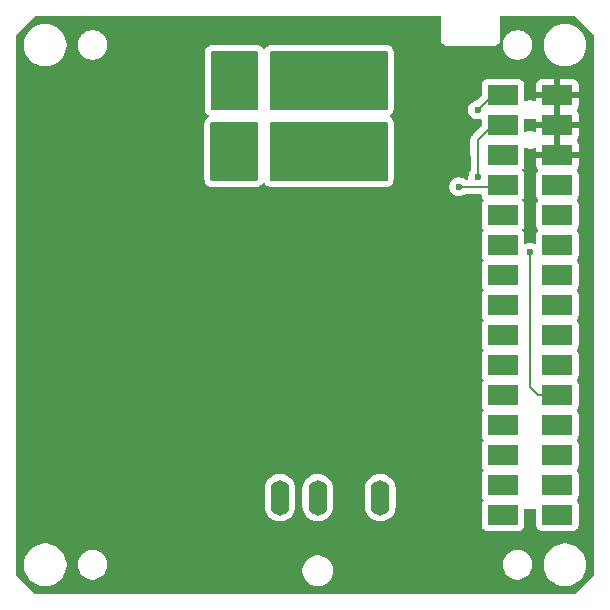
<source format=gbr>
%TF.GenerationSoftware,KiCad,Pcbnew,9.0.5-1.fc42*%
%TF.CreationDate,2025-10-27T07:04:56-07:00*%
%TF.ProjectId,adapter_relay_external,61646170-7465-4725-9f72-656c61795f65,1.0*%
%TF.SameCoordinates,Original*%
%TF.FileFunction,Copper,L1,Top*%
%TF.FilePolarity,Positive*%
%FSLAX46Y46*%
G04 Gerber Fmt 4.6, Leading zero omitted, Abs format (unit mm)*
G04 Created by KiCad (PCBNEW 9.0.5-1.fc42) date 2025-10-27 07:04:56*
%MOMM*%
%LPD*%
G01*
G04 APERTURE LIST*
%TA.AperFunction,SMDPad,CuDef*%
%ADD10R,2.600000X1.700000*%
%TD*%
%TA.AperFunction,ComponentPad*%
%ADD11O,1.600000X3.000000*%
%TD*%
%TA.AperFunction,ViaPad*%
%ADD12C,0.600000*%
%TD*%
%TA.AperFunction,ViaPad*%
%ADD13C,0.700000*%
%TD*%
%TA.AperFunction,Conductor*%
%ADD14C,0.200000*%
%TD*%
G04 APERTURE END LIST*
D10*
%TO.P,J1,000,GND*%
%TO.N,GND*%
X146350000Y-107220000D03*
%TO.P,J1,001,GND*%
X146350000Y-109760000D03*
%TO.P,J1,002,GND*%
X146350000Y-112300000D03*
%TO.P,J1,003,G37\u00B7SPI_MOSI*%
%TO.N,unconnected-(J1-G37\u00B7SPI_MOSI-Pad003)*%
X146350000Y-114840000D03*
%TO.P,J1,004,G35\u00B7SPI_MISO*%
%TO.N,unconnected-(J1-G35\u00B7SPI_MISO-Pad004)*%
X146350000Y-117380000D03*
%TO.P,J1,005,G36\u00B7SPI_CLK*%
%TO.N,unconnected-(J1-G36\u00B7SPI_CLK-Pad005)*%
X146350000Y-119920000D03*
%TO.P,J1,006,G44/RXD0\u00B7*%
%TO.N,/G44{slash}RXD0\u00B7*%
X146350000Y-122460000D03*
%TO.P,J1,007,G18/PC_RX\u00B7*%
%TO.N,/G18{slash}PC_RX\u00B7*%
X146350000Y-125000000D03*
%TO.P,J1,008,G12/In_SDA\u00B7*%
%TO.N,/G12{slash}In_SDA\u00B7*%
X146350000Y-127540000D03*
%TO.P,J1,009,G2/PA_SDA\u00B7*%
%TO.N,/G2{slash}PA_SDA\u00B7*%
X146350000Y-130080000D03*
%TO.P,J1,010,G6\u00B7*%
%TO.N,/G6\u00B7SPI_CLK*%
X146350000Y-132620000D03*
%TO.P,J1,011,G13/I2S_DOUT\u00B7RS232_TX/RS485_TX*%
%TO.N,/G13{slash}I2S_DOUT\u00B7RS232_TX{slash}RS485_TX*%
X146350000Y-135160000D03*
%TO.P,J1,012,HPWR*%
%TO.N,/HPWR0*%
X146350000Y-137700000D03*
%TO.P,J1,013,HPWR*%
%TO.N,/HPWR1*%
X146350000Y-140240000D03*
%TO.P,J1,014,HPWR*%
%TO.N,/HPWR2*%
X146350000Y-142780000D03*
%TO.P,J1,100,G10\u00B7*%
%TO.N,/G10\u00B7SPI_MOSI*%
X141750000Y-107220000D03*
%TO.P,J1,101,G8\u00B7*%
%TO.N,/G8\u00B7SPI_MISO*%
X141750000Y-109760000D03*
%TO.P,J1,102,RST/EN\u00B7*%
%TO.N,/RST{slash}EN\u00B7*%
X141750000Y-112300000D03*
%TO.P,J1,103,G5\u00B7*%
%TO.N,/G5\u00B7*%
X141750000Y-114840000D03*
%TO.P,J1,104,G9\u00B7CS*%
%TO.N,/G9\u00B7CS*%
X141750000Y-117380000D03*
%TO.P,J1,105,3V3*%
%TO.N,/3V3*%
X141750000Y-119920000D03*
%TO.P,J1,106,G43/TXD0\u00B7*%
%TO.N,/G43{slash}TXD0\u00B7*%
X141750000Y-122460000D03*
%TO.P,J1,107,G17/PC_TX\u00B7*%
%TO.N,/G17{slash}PC_TX\u00B7*%
X141750000Y-125000000D03*
%TO.P,J1,108,G11/In_SCL\u00B7*%
%TO.N,/G11{slash}In_CL\u00B7*%
X141750000Y-127540000D03*
%TO.P,J1,109,G1/PA_SCL\u00B7RS232_RX/RS485_RX*%
%TO.N,/G1{slash}PA_SCL\u00B7RS232_RX{slash}RS485_RX*%
X141750000Y-130080000D03*
%TO.P,J1,110,G7\u00B7RST*%
%TO.N,/G7\u00B7RST*%
X141750000Y-132620000D03*
%TO.P,J1,111,G0/I2S_LRCK\u00B7*%
%TO.N,/G0{slash}I2S_LRCK\u00B7*%
X141750000Y-135160000D03*
%TO.P,J1,112,G14/I2S_DIN\u00B7INT*%
%TO.N,/G14{slash}I2S_DIN\u00B7INT*%
X141750000Y-137700000D03*
%TO.P,J1,113,5V*%
%TO.N,+5V*%
X141750000Y-140240000D03*
%TO.P,J1,114,BAT*%
%TO.N,/BAT*%
X141750000Y-142780000D03*
%TD*%
D11*
%TO.P,J3,2,2*%
%TO.N,/-LOAD*%
X131374611Y-141308620D03*
%TO.P,J3,3,3*%
%TO.N,unconnected-(J3-Pad3)*%
X126074611Y-141308620D03*
%TO.P,J3,4,4*%
%TO.N,/+LOAD*%
X122874611Y-141308620D03*
%TD*%
D12*
%TO.N,/G5\u00B7*%
X138000000Y-115000000D03*
D13*
%TO.N,/G14{slash}I2S_DIN\u00B7INT*%
X141000000Y-137700000D03*
X142500000Y-137700000D03*
D12*
%TO.N,/G8\u00B7SPI_MISO*%
X139610000Y-114200000D03*
D13*
%TO.N,/RST{slash}EN\u00B7*%
X142500000Y-112300000D03*
X141000000Y-112300000D03*
%TO.N,/G2{slash}PA_SDA\u00B7*%
X147100000Y-130080000D03*
X145600000Y-130080000D03*
D12*
%TO.N,/G6\u00B7SPI_CLK*%
X144050000Y-120555000D03*
D13*
%TO.N,/G44{slash}RXD0\u00B7*%
X145600000Y-122460000D03*
X147100000Y-122460000D03*
%TO.N,/3V3*%
X142500000Y-119920000D03*
X141000000Y-119920000D03*
%TO.N,/G7\u00B7RST*%
X141000000Y-132620000D03*
X142500000Y-132620000D03*
%TO.N,/G43{slash}TXD0\u00B7*%
X142500000Y-122460000D03*
X141000000Y-122460000D03*
%TO.N,/G18{slash}PC_RX\u00B7*%
X147100000Y-125000000D03*
X145600000Y-125000000D03*
%TO.N,/HPWR2*%
X145600000Y-142780000D03*
X147100000Y-142780000D03*
D12*
%TO.N,/G10\u00B7SPI_MOSI*%
X139605000Y-108490000D03*
D13*
%TO.N,/G1{slash}PA_SCL\u00B7RS232_RX{slash}RS485_RX*%
X142500000Y-130080000D03*
X141000000Y-130080000D03*
%TO.N,/G13{slash}I2S_DOUT\u00B7RS232_TX{slash}RS485_TX*%
X145600000Y-135160000D03*
X147100000Y-135160000D03*
%TO.N,/G11{slash}In_CL\u00B7*%
X141000000Y-127540000D03*
X142500000Y-127540000D03*
%TO.N,/G0{slash}I2S_LRCK\u00B7*%
X141000000Y-135160000D03*
X142500000Y-135160000D03*
%TO.N,/HPWR0*%
X147100000Y-137700000D03*
X145600000Y-137700000D03*
%TO.N,/G12{slash}In_SDA\u00B7*%
X145600000Y-127540000D03*
X147100000Y-127540000D03*
%TO.N,/HPWR1*%
X147100000Y-140240000D03*
X145600000Y-140240000D03*
%TO.N,/G17{slash}PC_TX\u00B7*%
X142500000Y-125000000D03*
X141000000Y-125000000D03*
%TO.N,/G9\u00B7CS*%
X142500000Y-117380000D03*
X141000000Y-117380000D03*
%TO.N,/BAT*%
X141000000Y-142780000D03*
X142500000Y-142780000D03*
D12*
%TO.N,/ZENER*%
X131000000Y-106000000D03*
X117500000Y-104000000D03*
X125000000Y-104000000D03*
X123000000Y-104000000D03*
X117500000Y-108000000D03*
X129000000Y-104000000D03*
X120500000Y-108000000D03*
X125000000Y-108000000D03*
X120500000Y-106000000D03*
X127000000Y-104000000D03*
X120500000Y-104000000D03*
X125000000Y-106000000D03*
X123000000Y-106000000D03*
X123000000Y-108000000D03*
X129000000Y-108000000D03*
X131000000Y-108000000D03*
X129000000Y-106000000D03*
X131000000Y-104000000D03*
X117500000Y-106000000D03*
D13*
%TO.N,+5V*%
X141000000Y-140240000D03*
X142500000Y-140240000D03*
D12*
%TO.N,/F2*%
X117500000Y-110000000D03*
X117500000Y-114000000D03*
X120500000Y-114000000D03*
X120500000Y-110000000D03*
X120500000Y-112000000D03*
X117500000Y-112000000D03*
%TO.N,GND*%
X130286709Y-133511322D03*
D13*
X145600000Y-107220000D03*
X145600000Y-112300000D03*
X147100000Y-109760000D03*
X147100000Y-112300000D03*
X147100000Y-107220000D03*
D12*
X130286709Y-124411322D03*
D13*
X145600000Y-109760000D03*
D12*
%TO.N,/-LOAD*%
X123000000Y-110000000D03*
X127000000Y-114000000D03*
X131000000Y-114000000D03*
X125000000Y-112000000D03*
X123000000Y-112000000D03*
X129000000Y-112000000D03*
X125000000Y-114000000D03*
X125000000Y-110000000D03*
X129000000Y-110000000D03*
X129000000Y-114000000D03*
X131000000Y-112000000D03*
X131000000Y-110000000D03*
X123000000Y-114000000D03*
%TD*%
D14*
%TO.N,/G5\u00B7*%
X141590000Y-115000000D02*
X138000000Y-115000000D01*
X141750000Y-114840000D02*
X141590000Y-115000000D01*
%TO.N,/G8\u00B7SPI_MISO*%
X139610000Y-114200000D02*
X139605000Y-111030000D01*
X140875000Y-109760000D02*
X139605000Y-111030000D01*
X141750000Y-109760000D02*
X140875000Y-109760000D01*
%TO.N,/G6\u00B7SPI_CLK*%
X144685000Y-132620000D02*
X144050000Y-131985000D01*
X146350000Y-132620000D02*
X144685000Y-132620000D01*
X144050000Y-131985000D02*
X144050000Y-120555000D01*
%TO.N,/G10\u00B7SPI_MOSI*%
X141750000Y-107220000D02*
X140875000Y-107220000D01*
X140875000Y-107220000D02*
X139605000Y-108490000D01*
%TD*%
%TA.AperFunction,Conductor*%
%TO.N,/ZENER*%
G36*
X120948629Y-103511198D02*
G01*
X120994384Y-103564002D01*
X121005590Y-103615513D01*
X121005590Y-108367513D01*
X120985905Y-108434552D01*
X120933101Y-108480307D01*
X120881590Y-108491513D01*
X117129590Y-108491513D01*
X117062551Y-108471828D01*
X117016796Y-108419024D01*
X117005590Y-108367513D01*
X117005590Y-103615513D01*
X117025275Y-103548474D01*
X117078079Y-103502719D01*
X117129590Y-103491513D01*
X120881590Y-103491513D01*
X120948629Y-103511198D01*
G37*
%TD.AperFunction*%
%TD*%
%TA.AperFunction,Conductor*%
%TO.N,/-LOAD*%
G36*
X131943039Y-109519685D02*
G01*
X131988794Y-109572489D01*
X132000000Y-109624000D01*
X132000000Y-114376000D01*
X131980315Y-114443039D01*
X131927511Y-114488794D01*
X131876000Y-114500000D01*
X122124000Y-114500000D01*
X122056961Y-114480315D01*
X122011206Y-114427511D01*
X122000000Y-114376000D01*
X122000000Y-109624000D01*
X122019685Y-109556961D01*
X122072489Y-109511206D01*
X122124000Y-109500000D01*
X131876000Y-109500000D01*
X131943039Y-109519685D01*
G37*
%TD.AperFunction*%
%TD*%
%TA.AperFunction,Conductor*%
%TO.N,GND*%
G36*
X136442539Y-100520185D02*
G01*
X136488294Y-100572989D01*
X136499500Y-100624500D01*
X136499500Y-102615892D01*
X136508100Y-102647989D01*
X136533608Y-102743187D01*
X136566554Y-102800250D01*
X136599500Y-102857314D01*
X136692686Y-102950500D01*
X136806814Y-103016392D01*
X136934108Y-103050500D01*
X136934110Y-103050500D01*
X141065890Y-103050500D01*
X141065892Y-103050500D01*
X141193186Y-103016392D01*
X141307314Y-102950500D01*
X141356237Y-102901577D01*
X141749500Y-102901577D01*
X141749500Y-103098422D01*
X141780290Y-103292826D01*
X141841117Y-103480029D01*
X141930476Y-103655405D01*
X142046172Y-103814646D01*
X142185354Y-103953828D01*
X142344595Y-104069524D01*
X142427455Y-104111743D01*
X142519970Y-104158882D01*
X142519972Y-104158882D01*
X142519975Y-104158884D01*
X142614807Y-104189697D01*
X142707173Y-104219709D01*
X142901578Y-104250500D01*
X142901583Y-104250500D01*
X143098422Y-104250500D01*
X143292826Y-104219709D01*
X143480025Y-104158884D01*
X143655405Y-104069524D01*
X143814646Y-103953828D01*
X143953828Y-103814646D01*
X144069524Y-103655405D01*
X144158884Y-103480025D01*
X144219709Y-103292826D01*
X144222504Y-103275177D01*
X144250500Y-103098422D01*
X144250500Y-102901582D01*
X144249826Y-102897327D01*
X144249826Y-102897324D01*
X144247398Y-102881995D01*
X145199500Y-102881995D01*
X145199500Y-103118004D01*
X145199501Y-103118020D01*
X145230306Y-103352010D01*
X145291394Y-103579993D01*
X145381714Y-103798045D01*
X145381719Y-103798056D01*
X145391299Y-103814648D01*
X145499727Y-104002450D01*
X145499729Y-104002453D01*
X145499730Y-104002454D01*
X145643406Y-104189697D01*
X145643412Y-104189704D01*
X145810295Y-104356587D01*
X145810301Y-104356592D01*
X145997550Y-104500273D01*
X146128918Y-104576118D01*
X146201943Y-104618280D01*
X146201948Y-104618282D01*
X146201951Y-104618284D01*
X146420007Y-104708606D01*
X146647986Y-104769693D01*
X146881989Y-104800500D01*
X146881996Y-104800500D01*
X147118004Y-104800500D01*
X147118011Y-104800500D01*
X147352014Y-104769693D01*
X147579993Y-104708606D01*
X147798049Y-104618284D01*
X148002450Y-104500273D01*
X148189699Y-104356592D01*
X148356592Y-104189699D01*
X148500273Y-104002450D01*
X148618284Y-103798049D01*
X148708606Y-103579993D01*
X148769693Y-103352014D01*
X148800500Y-103118011D01*
X148800500Y-102881989D01*
X148769693Y-102647986D01*
X148708606Y-102420007D01*
X148618284Y-102201951D01*
X148618282Y-102201948D01*
X148618280Y-102201943D01*
X148530266Y-102049500D01*
X148500273Y-101997550D01*
X148356592Y-101810301D01*
X148356587Y-101810295D01*
X148189704Y-101643412D01*
X148189697Y-101643406D01*
X148002454Y-101499730D01*
X148002453Y-101499729D01*
X148002450Y-101499727D01*
X147920957Y-101452677D01*
X147798056Y-101381719D01*
X147798045Y-101381714D01*
X147579993Y-101291394D01*
X147352010Y-101230306D01*
X147118020Y-101199501D01*
X147118017Y-101199500D01*
X147118011Y-101199500D01*
X146881989Y-101199500D01*
X146881983Y-101199500D01*
X146881979Y-101199501D01*
X146647989Y-101230306D01*
X146420006Y-101291394D01*
X146201954Y-101381714D01*
X146201943Y-101381719D01*
X145997545Y-101499730D01*
X145810302Y-101643406D01*
X145810295Y-101643412D01*
X145643412Y-101810295D01*
X145643406Y-101810302D01*
X145499730Y-101997545D01*
X145381719Y-102201943D01*
X145381714Y-102201954D01*
X145291394Y-102420006D01*
X145230306Y-102647989D01*
X145199501Y-102881979D01*
X145199500Y-102881995D01*
X144247398Y-102881995D01*
X144219709Y-102707173D01*
X144191487Y-102620317D01*
X144158884Y-102519975D01*
X144158882Y-102519972D01*
X144158882Y-102519970D01*
X144069523Y-102344594D01*
X143953828Y-102185354D01*
X143814646Y-102046172D01*
X143655405Y-101930476D01*
X143480029Y-101841117D01*
X143292826Y-101780290D01*
X143098422Y-101749500D01*
X143098417Y-101749500D01*
X142901583Y-101749500D01*
X142901578Y-101749500D01*
X142707173Y-101780290D01*
X142519970Y-101841117D01*
X142344594Y-101930476D01*
X142253741Y-101996485D01*
X142185354Y-102046172D01*
X142185352Y-102046174D01*
X142185351Y-102046174D01*
X142046174Y-102185351D01*
X142046174Y-102185352D01*
X142046172Y-102185354D01*
X141996485Y-102253741D01*
X141930476Y-102344594D01*
X141841117Y-102519970D01*
X141780290Y-102707173D01*
X141749500Y-102901577D01*
X141356237Y-102901577D01*
X141400500Y-102857314D01*
X141466392Y-102743186D01*
X141500500Y-102615892D01*
X141500500Y-100624500D01*
X141520185Y-100557461D01*
X141572989Y-100511706D01*
X141624500Y-100500500D01*
X147741324Y-100500500D01*
X147808363Y-100520185D01*
X147829005Y-100536819D01*
X149463181Y-102170995D01*
X149496666Y-102232318D01*
X149499500Y-102258676D01*
X149499500Y-147741324D01*
X149479815Y-147808363D01*
X149463181Y-147829005D01*
X147829005Y-149463181D01*
X147767682Y-149496666D01*
X147741324Y-149499500D01*
X102258676Y-149499500D01*
X102191637Y-149479815D01*
X102170995Y-149463181D01*
X100536819Y-147829005D01*
X100503334Y-147767682D01*
X100500500Y-147741324D01*
X100500500Y-146881995D01*
X101199500Y-146881995D01*
X101199500Y-147118004D01*
X101199501Y-147118020D01*
X101230306Y-147352010D01*
X101291394Y-147579993D01*
X101381714Y-147798045D01*
X101381719Y-147798056D01*
X101391299Y-147814648D01*
X101499727Y-148002450D01*
X101499729Y-148002453D01*
X101499730Y-148002454D01*
X101643406Y-148189697D01*
X101643412Y-148189704D01*
X101810295Y-148356587D01*
X101810301Y-148356592D01*
X101997550Y-148500273D01*
X102128918Y-148576118D01*
X102201943Y-148618280D01*
X102201948Y-148618282D01*
X102201951Y-148618284D01*
X102420007Y-148708606D01*
X102647986Y-148769693D01*
X102881989Y-148800500D01*
X102881996Y-148800500D01*
X103118004Y-148800500D01*
X103118011Y-148800500D01*
X103352014Y-148769693D01*
X103579993Y-148708606D01*
X103798049Y-148618284D01*
X104002450Y-148500273D01*
X104189699Y-148356592D01*
X104356592Y-148189699D01*
X104500273Y-148002450D01*
X104618284Y-147798049D01*
X104708606Y-147579993D01*
X104769693Y-147352014D01*
X104800500Y-147118011D01*
X104800500Y-146901577D01*
X105749500Y-146901577D01*
X105749500Y-147098422D01*
X105780290Y-147292826D01*
X105841117Y-147480029D01*
X105907836Y-147610971D01*
X105930476Y-147655405D01*
X106046172Y-147814646D01*
X106185354Y-147953828D01*
X106344595Y-148069524D01*
X106427455Y-148111743D01*
X106519970Y-148158882D01*
X106519972Y-148158882D01*
X106519975Y-148158884D01*
X106614807Y-148189697D01*
X106707173Y-148219709D01*
X106901578Y-148250500D01*
X106901583Y-148250500D01*
X107098422Y-148250500D01*
X107292826Y-148219709D01*
X107480025Y-148158884D01*
X107655405Y-148069524D01*
X107814646Y-147953828D01*
X107953828Y-147814646D01*
X108069524Y-147655405D01*
X108158884Y-147480025D01*
X108182849Y-147406268D01*
X124778457Y-147406268D01*
X124778457Y-147610971D01*
X124810479Y-147813154D01*
X124873738Y-148007843D01*
X124905167Y-148069524D01*
X124966399Y-148189699D01*
X124966672Y-148190233D01*
X125086985Y-148355833D01*
X125231743Y-148500591D01*
X125386706Y-148613176D01*
X125397347Y-148620907D01*
X125513564Y-148680123D01*
X125579733Y-148713838D01*
X125579735Y-148713838D01*
X125579738Y-148713840D01*
X125684094Y-148747747D01*
X125774422Y-148777097D01*
X125875514Y-148793108D01*
X125976605Y-148809120D01*
X125976606Y-148809120D01*
X126181308Y-148809120D01*
X126181309Y-148809120D01*
X126383491Y-148777097D01*
X126578176Y-148713840D01*
X126760567Y-148620907D01*
X126853547Y-148553352D01*
X126926170Y-148500591D01*
X126926172Y-148500588D01*
X126926176Y-148500586D01*
X127070923Y-148355839D01*
X127070925Y-148355835D01*
X127070928Y-148355833D01*
X127123689Y-148283210D01*
X127191244Y-148190230D01*
X127284177Y-148007839D01*
X127347434Y-147813154D01*
X127379457Y-147610972D01*
X127379457Y-147406268D01*
X127347434Y-147204086D01*
X127284177Y-147009401D01*
X127284174Y-147009396D01*
X127284173Y-147009391D01*
X127255444Y-146953008D01*
X127255442Y-146953006D01*
X127229240Y-146901582D01*
X127229237Y-146901577D01*
X141749500Y-146901577D01*
X141749500Y-147098422D01*
X141780290Y-147292826D01*
X141841117Y-147480029D01*
X141907836Y-147610971D01*
X141930476Y-147655405D01*
X142046172Y-147814646D01*
X142185354Y-147953828D01*
X142344595Y-148069524D01*
X142427455Y-148111743D01*
X142519970Y-148158882D01*
X142519972Y-148158882D01*
X142519975Y-148158884D01*
X142614807Y-148189697D01*
X142707173Y-148219709D01*
X142901578Y-148250500D01*
X142901583Y-148250500D01*
X143098422Y-148250500D01*
X143292826Y-148219709D01*
X143480025Y-148158884D01*
X143655405Y-148069524D01*
X143814646Y-147953828D01*
X143953828Y-147814646D01*
X144069524Y-147655405D01*
X144158884Y-147480025D01*
X144219709Y-147292826D01*
X144233764Y-147204085D01*
X144250500Y-147098422D01*
X144250500Y-146901582D01*
X144249826Y-146897327D01*
X144249826Y-146897324D01*
X144247398Y-146881995D01*
X145199500Y-146881995D01*
X145199500Y-147118004D01*
X145199501Y-147118020D01*
X145230306Y-147352010D01*
X145291394Y-147579993D01*
X145381714Y-147798045D01*
X145381719Y-147798056D01*
X145391299Y-147814648D01*
X145499727Y-148002450D01*
X145499729Y-148002453D01*
X145499730Y-148002454D01*
X145643406Y-148189697D01*
X145643412Y-148189704D01*
X145810295Y-148356587D01*
X145810301Y-148356592D01*
X145997550Y-148500273D01*
X146128918Y-148576118D01*
X146201943Y-148618280D01*
X146201948Y-148618282D01*
X146201951Y-148618284D01*
X146420007Y-148708606D01*
X146647986Y-148769693D01*
X146881989Y-148800500D01*
X146881996Y-148800500D01*
X147118004Y-148800500D01*
X147118011Y-148800500D01*
X147352014Y-148769693D01*
X147579993Y-148708606D01*
X147798049Y-148618284D01*
X148002450Y-148500273D01*
X148189699Y-148356592D01*
X148356592Y-148189699D01*
X148500273Y-148002450D01*
X148618284Y-147798049D01*
X148708606Y-147579993D01*
X148769693Y-147352014D01*
X148800500Y-147118011D01*
X148800500Y-146881989D01*
X148769693Y-146647986D01*
X148708606Y-146420007D01*
X148618284Y-146201951D01*
X148618282Y-146201948D01*
X148618280Y-146201943D01*
X148576118Y-146128918D01*
X148500273Y-145997550D01*
X148356592Y-145810301D01*
X148356587Y-145810295D01*
X148189704Y-145643412D01*
X148189697Y-145643406D01*
X148002454Y-145499730D01*
X148002453Y-145499729D01*
X148002450Y-145499727D01*
X147920957Y-145452677D01*
X147798056Y-145381719D01*
X147798045Y-145381714D01*
X147579993Y-145291394D01*
X147352010Y-145230306D01*
X147118020Y-145199501D01*
X147118017Y-145199500D01*
X147118011Y-145199500D01*
X146881989Y-145199500D01*
X146881983Y-145199500D01*
X146881979Y-145199501D01*
X146647989Y-145230306D01*
X146420006Y-145291394D01*
X146201954Y-145381714D01*
X146201943Y-145381719D01*
X145997545Y-145499730D01*
X145810302Y-145643406D01*
X145810295Y-145643412D01*
X145643412Y-145810295D01*
X145643406Y-145810302D01*
X145499730Y-145997545D01*
X145381719Y-146201943D01*
X145381714Y-146201954D01*
X145291394Y-146420006D01*
X145230306Y-146647989D01*
X145199501Y-146881979D01*
X145199500Y-146881995D01*
X144247398Y-146881995D01*
X144219709Y-146707173D01*
X144158882Y-146519970D01*
X144107948Y-146420006D01*
X144069524Y-146344595D01*
X143953828Y-146185354D01*
X143814646Y-146046172D01*
X143655405Y-145930476D01*
X143480029Y-145841117D01*
X143292826Y-145780290D01*
X143098422Y-145749500D01*
X143098417Y-145749500D01*
X142901583Y-145749500D01*
X142901578Y-145749500D01*
X142707173Y-145780290D01*
X142519970Y-145841117D01*
X142344594Y-145930476D01*
X142253741Y-145996485D01*
X142185354Y-146046172D01*
X142185352Y-146046174D01*
X142185351Y-146046174D01*
X142046174Y-146185351D01*
X142046174Y-146185352D01*
X142046172Y-146185354D01*
X142006366Y-146240142D01*
X141930476Y-146344594D01*
X141841117Y-146519970D01*
X141780290Y-146707173D01*
X141749500Y-146901577D01*
X127229237Y-146901577D01*
X127191244Y-146827010D01*
X127191242Y-146827007D01*
X127191241Y-146827005D01*
X127070928Y-146661406D01*
X126926170Y-146516648D01*
X126760570Y-146396335D01*
X126760569Y-146396334D01*
X126760567Y-146396333D01*
X126659024Y-146344594D01*
X126578180Y-146303401D01*
X126383491Y-146240142D01*
X126208952Y-146212498D01*
X126181309Y-146208120D01*
X125976605Y-146208120D01*
X125952286Y-146211971D01*
X125774422Y-146240142D01*
X125579733Y-146303401D01*
X125397343Y-146396335D01*
X125231743Y-146516648D01*
X125086985Y-146661406D01*
X124966672Y-146827006D01*
X124873738Y-147009396D01*
X124810479Y-147204085D01*
X124778457Y-147406268D01*
X108182849Y-147406268D01*
X108219709Y-147292826D01*
X108233764Y-147204085D01*
X108250500Y-147098422D01*
X108250500Y-146901577D01*
X108219709Y-146707173D01*
X108158882Y-146519970D01*
X108107948Y-146420006D01*
X108069524Y-146344595D01*
X107953828Y-146185354D01*
X107814646Y-146046172D01*
X107655405Y-145930476D01*
X107480029Y-145841117D01*
X107292826Y-145780290D01*
X107098422Y-145749500D01*
X107098417Y-145749500D01*
X106901583Y-145749500D01*
X106901578Y-145749500D01*
X106707173Y-145780290D01*
X106519970Y-145841117D01*
X106344594Y-145930476D01*
X106253741Y-145996485D01*
X106185354Y-146046172D01*
X106185352Y-146046174D01*
X106185351Y-146046174D01*
X106046174Y-146185351D01*
X106046174Y-146185352D01*
X106046172Y-146185354D01*
X106006366Y-146240142D01*
X105930476Y-146344594D01*
X105841117Y-146519970D01*
X105780290Y-146707173D01*
X105749500Y-146901577D01*
X104800500Y-146901577D01*
X104800500Y-146881989D01*
X104769693Y-146647986D01*
X104708606Y-146420007D01*
X104618284Y-146201951D01*
X104618282Y-146201948D01*
X104618280Y-146201943D01*
X104576118Y-146128918D01*
X104500273Y-145997550D01*
X104356592Y-145810301D01*
X104356587Y-145810295D01*
X104189704Y-145643412D01*
X104189697Y-145643406D01*
X104002454Y-145499730D01*
X104002453Y-145499729D01*
X104002450Y-145499727D01*
X103920957Y-145452677D01*
X103798056Y-145381719D01*
X103798045Y-145381714D01*
X103579993Y-145291394D01*
X103352010Y-145230306D01*
X103118020Y-145199501D01*
X103118017Y-145199500D01*
X103118011Y-145199500D01*
X102881989Y-145199500D01*
X102881983Y-145199500D01*
X102881979Y-145199501D01*
X102647989Y-145230306D01*
X102420006Y-145291394D01*
X102201954Y-145381714D01*
X102201943Y-145381719D01*
X101997545Y-145499730D01*
X101810302Y-145643406D01*
X101810295Y-145643412D01*
X101643412Y-145810295D01*
X101643406Y-145810302D01*
X101499730Y-145997545D01*
X101381719Y-146201943D01*
X101381714Y-146201954D01*
X101291394Y-146420006D01*
X101230306Y-146647989D01*
X101199501Y-146881979D01*
X101199500Y-146881995D01*
X100500500Y-146881995D01*
X100500500Y-140506268D01*
X121574111Y-140506268D01*
X121574111Y-142110971D01*
X121606133Y-142313154D01*
X121669392Y-142507843D01*
X121762326Y-142690233D01*
X121882639Y-142855833D01*
X122027397Y-143000591D01*
X122182360Y-143113176D01*
X122193001Y-143120907D01*
X122309218Y-143180123D01*
X122375387Y-143213838D01*
X122375389Y-143213838D01*
X122375392Y-143213840D01*
X122479748Y-143247747D01*
X122570076Y-143277097D01*
X122671168Y-143293108D01*
X122772259Y-143309120D01*
X122772260Y-143309120D01*
X122976962Y-143309120D01*
X122976963Y-143309120D01*
X123179145Y-143277097D01*
X123373830Y-143213840D01*
X123556221Y-143120907D01*
X123649201Y-143053352D01*
X123721824Y-143000591D01*
X123721826Y-143000588D01*
X123721830Y-143000586D01*
X123866577Y-142855839D01*
X123866579Y-142855835D01*
X123866582Y-142855833D01*
X123919343Y-142783210D01*
X123986898Y-142690230D01*
X124079831Y-142507839D01*
X124143088Y-142313154D01*
X124175111Y-142110972D01*
X124175111Y-140506268D01*
X124774111Y-140506268D01*
X124774111Y-142110971D01*
X124806133Y-142313154D01*
X124869392Y-142507843D01*
X124962326Y-142690233D01*
X125082639Y-142855833D01*
X125227397Y-143000591D01*
X125382360Y-143113176D01*
X125393001Y-143120907D01*
X125509218Y-143180123D01*
X125575387Y-143213838D01*
X125575389Y-143213838D01*
X125575392Y-143213840D01*
X125679748Y-143247747D01*
X125770076Y-143277097D01*
X125871168Y-143293108D01*
X125972259Y-143309120D01*
X125972260Y-143309120D01*
X126176962Y-143309120D01*
X126176963Y-143309120D01*
X126379145Y-143277097D01*
X126573830Y-143213840D01*
X126756221Y-143120907D01*
X126849201Y-143053352D01*
X126921824Y-143000591D01*
X126921826Y-143000588D01*
X126921830Y-143000586D01*
X127066577Y-142855839D01*
X127066579Y-142855835D01*
X127066582Y-142855833D01*
X127119343Y-142783210D01*
X127186898Y-142690230D01*
X127279831Y-142507839D01*
X127343088Y-142313154D01*
X127375111Y-142110972D01*
X127375111Y-140506268D01*
X130074111Y-140506268D01*
X130074111Y-142110971D01*
X130106133Y-142313154D01*
X130169392Y-142507843D01*
X130262326Y-142690233D01*
X130382639Y-142855833D01*
X130527397Y-143000591D01*
X130682360Y-143113176D01*
X130693001Y-143120907D01*
X130809218Y-143180123D01*
X130875387Y-143213838D01*
X130875389Y-143213838D01*
X130875392Y-143213840D01*
X130979748Y-143247747D01*
X131070076Y-143277097D01*
X131171168Y-143293108D01*
X131272259Y-143309120D01*
X131272260Y-143309120D01*
X131476962Y-143309120D01*
X131476963Y-143309120D01*
X131679145Y-143277097D01*
X131873830Y-143213840D01*
X132056221Y-143120907D01*
X132149201Y-143053352D01*
X132221824Y-143000591D01*
X132221826Y-143000588D01*
X132221830Y-143000586D01*
X132366577Y-142855839D01*
X132366579Y-142855835D01*
X132366582Y-142855833D01*
X132419343Y-142783210D01*
X132486898Y-142690230D01*
X132579831Y-142507839D01*
X132643088Y-142313154D01*
X132675111Y-142110972D01*
X132675111Y-140506268D01*
X132643088Y-140304086D01*
X132579831Y-140109401D01*
X132579829Y-140109398D01*
X132579829Y-140109396D01*
X132546114Y-140043227D01*
X132486898Y-139927010D01*
X132479167Y-139916369D01*
X132366582Y-139761406D01*
X132221824Y-139616648D01*
X132056224Y-139496335D01*
X132056223Y-139496334D01*
X132056221Y-139496333D01*
X131999264Y-139467311D01*
X131873834Y-139403401D01*
X131679145Y-139340142D01*
X131504606Y-139312498D01*
X131476963Y-139308120D01*
X131272259Y-139308120D01*
X131247940Y-139311971D01*
X131070076Y-139340142D01*
X130875387Y-139403401D01*
X130692997Y-139496335D01*
X130527397Y-139616648D01*
X130382639Y-139761406D01*
X130262326Y-139927006D01*
X130169392Y-140109396D01*
X130106133Y-140304085D01*
X130074111Y-140506268D01*
X127375111Y-140506268D01*
X127343088Y-140304086D01*
X127279831Y-140109401D01*
X127279829Y-140109398D01*
X127279829Y-140109396D01*
X127246114Y-140043227D01*
X127186898Y-139927010D01*
X127179167Y-139916369D01*
X127066582Y-139761406D01*
X126921824Y-139616648D01*
X126756224Y-139496335D01*
X126756223Y-139496334D01*
X126756221Y-139496333D01*
X126699264Y-139467311D01*
X126573834Y-139403401D01*
X126379145Y-139340142D01*
X126204606Y-139312498D01*
X126176963Y-139308120D01*
X125972259Y-139308120D01*
X125947940Y-139311971D01*
X125770076Y-139340142D01*
X125575387Y-139403401D01*
X125392997Y-139496335D01*
X125227397Y-139616648D01*
X125082639Y-139761406D01*
X124962326Y-139927006D01*
X124869392Y-140109396D01*
X124806133Y-140304085D01*
X124774111Y-140506268D01*
X124175111Y-140506268D01*
X124143088Y-140304086D01*
X124079831Y-140109401D01*
X124079829Y-140109398D01*
X124079829Y-140109396D01*
X124046114Y-140043227D01*
X123986898Y-139927010D01*
X123979167Y-139916369D01*
X123866582Y-139761406D01*
X123721824Y-139616648D01*
X123556224Y-139496335D01*
X123556223Y-139496334D01*
X123556221Y-139496333D01*
X123499264Y-139467311D01*
X123373834Y-139403401D01*
X123179145Y-139340142D01*
X123004606Y-139312498D01*
X122976963Y-139308120D01*
X122772259Y-139308120D01*
X122747940Y-139311971D01*
X122570076Y-139340142D01*
X122375387Y-139403401D01*
X122192997Y-139496335D01*
X122027397Y-139616648D01*
X121882639Y-139761406D01*
X121762326Y-139927006D01*
X121669392Y-140109396D01*
X121606133Y-140304085D01*
X121574111Y-140506268D01*
X100500500Y-140506268D01*
X100500500Y-109627695D01*
X116483618Y-109627695D01*
X116483618Y-114379695D01*
X116483619Y-114379704D01*
X116495170Y-114487145D01*
X116495172Y-114487157D01*
X116506378Y-114538667D01*
X116540501Y-114641192D01*
X116540504Y-114641198D01*
X116618289Y-114762232D01*
X116618297Y-114762243D01*
X116664041Y-114815035D01*
X116664044Y-114815038D01*
X116664048Y-114815042D01*
X116772782Y-114909262D01*
X116772785Y-114909263D01*
X116772786Y-114909264D01*
X116895561Y-114965335D01*
X116903659Y-114969033D01*
X116970698Y-114988718D01*
X116970702Y-114988719D01*
X117113118Y-115009195D01*
X117113121Y-115009195D01*
X120865108Y-115009195D01*
X120865118Y-115009195D01*
X120972574Y-114997642D01*
X121024085Y-114986436D01*
X121058315Y-114975042D01*
X121126615Y-114952311D01*
X121126619Y-114952308D01*
X121126622Y-114952308D01*
X121247661Y-114874520D01*
X121300465Y-114828765D01*
X121394685Y-114720031D01*
X121394687Y-114720025D01*
X121395236Y-114719173D01*
X121396007Y-114718504D01*
X121400493Y-114713328D01*
X121401236Y-114713972D01*
X121448038Y-114673416D01*
X121517196Y-114663469D01*
X121580753Y-114692492D01*
X121603869Y-114719167D01*
X121629175Y-114758543D01*
X121629179Y-114758548D01*
X121674923Y-114811340D01*
X121674926Y-114811343D01*
X121674930Y-114811347D01*
X121783664Y-114905567D01*
X121783667Y-114905568D01*
X121783668Y-114905569D01*
X121886016Y-114952311D01*
X121914541Y-114965338D01*
X121981580Y-114985023D01*
X121981584Y-114985024D01*
X122124000Y-115005500D01*
X122124003Y-115005500D01*
X131875990Y-115005500D01*
X131876000Y-115005500D01*
X131983456Y-114993947D01*
X132034967Y-114982741D01*
X132069197Y-114971347D01*
X132137497Y-114948616D01*
X132137501Y-114948613D01*
X132137504Y-114948613D01*
X132180232Y-114921153D01*
X137199500Y-114921153D01*
X137199500Y-115078846D01*
X137230261Y-115233489D01*
X137230264Y-115233501D01*
X137290602Y-115379172D01*
X137290609Y-115379185D01*
X137378210Y-115510288D01*
X137378213Y-115510292D01*
X137489707Y-115621786D01*
X137489711Y-115621789D01*
X137620814Y-115709390D01*
X137620827Y-115709397D01*
X137766498Y-115769735D01*
X137766503Y-115769737D01*
X137905986Y-115797482D01*
X137921153Y-115800499D01*
X137921156Y-115800500D01*
X137921158Y-115800500D01*
X138078844Y-115800500D01*
X138078845Y-115800499D01*
X138233497Y-115769737D01*
X138379179Y-115709394D01*
X138433663Y-115672989D01*
X138510875Y-115621398D01*
X138577553Y-115600520D01*
X138579766Y-115600500D01*
X139825501Y-115600500D01*
X139892540Y-115620185D01*
X139938295Y-115672989D01*
X139949501Y-115724500D01*
X139949501Y-115737876D01*
X139955908Y-115797483D01*
X140006202Y-115932328D01*
X140006203Y-115932330D01*
X140083578Y-116035689D01*
X140107995Y-116101153D01*
X140093144Y-116169426D01*
X140083578Y-116184311D01*
X140006203Y-116287669D01*
X140006202Y-116287671D01*
X139955908Y-116422517D01*
X139949501Y-116482116D01*
X139949501Y-116482123D01*
X139949500Y-116482135D01*
X139949500Y-118277870D01*
X139949501Y-118277876D01*
X139955908Y-118337483D01*
X140006202Y-118472328D01*
X140006203Y-118472330D01*
X140083578Y-118575689D01*
X140107995Y-118641153D01*
X140093144Y-118709426D01*
X140083578Y-118724311D01*
X140006203Y-118827669D01*
X140006202Y-118827671D01*
X139955908Y-118962517D01*
X139949501Y-119022116D01*
X139949501Y-119022123D01*
X139949500Y-119022135D01*
X139949500Y-120817870D01*
X139949501Y-120817876D01*
X139955908Y-120877483D01*
X140006202Y-121012328D01*
X140006203Y-121012330D01*
X140083578Y-121115689D01*
X140107995Y-121181153D01*
X140093144Y-121249426D01*
X140083578Y-121264311D01*
X140006203Y-121367669D01*
X140006202Y-121367671D01*
X139955908Y-121502517D01*
X139949501Y-121562116D01*
X139949501Y-121562123D01*
X139949500Y-121562135D01*
X139949500Y-123357870D01*
X139949501Y-123357876D01*
X139955908Y-123417483D01*
X140006202Y-123552328D01*
X140006203Y-123552330D01*
X140083578Y-123655689D01*
X140107995Y-123721153D01*
X140093144Y-123789426D01*
X140083578Y-123804311D01*
X140006203Y-123907669D01*
X140006202Y-123907671D01*
X139955908Y-124042517D01*
X139949501Y-124102116D01*
X139949501Y-124102123D01*
X139949500Y-124102135D01*
X139949500Y-125897870D01*
X139949501Y-125897876D01*
X139955908Y-125957483D01*
X140006202Y-126092328D01*
X140006203Y-126092330D01*
X140083578Y-126195689D01*
X140107995Y-126261153D01*
X140093144Y-126329426D01*
X140083578Y-126344311D01*
X140006203Y-126447669D01*
X140006202Y-126447671D01*
X139955908Y-126582517D01*
X139949501Y-126642116D01*
X139949501Y-126642123D01*
X139949500Y-126642135D01*
X139949500Y-128437870D01*
X139949501Y-128437876D01*
X139955908Y-128497483D01*
X140006202Y-128632328D01*
X140006203Y-128632330D01*
X140083578Y-128735689D01*
X140107995Y-128801153D01*
X140093144Y-128869426D01*
X140083578Y-128884311D01*
X140006203Y-128987669D01*
X140006202Y-128987671D01*
X139955908Y-129122517D01*
X139949501Y-129182116D01*
X139949501Y-129182123D01*
X139949500Y-129182135D01*
X139949500Y-130977870D01*
X139949501Y-130977876D01*
X139955908Y-131037483D01*
X140006202Y-131172328D01*
X140006203Y-131172330D01*
X140083578Y-131275689D01*
X140107995Y-131341153D01*
X140093144Y-131409426D01*
X140083578Y-131424311D01*
X140006203Y-131527669D01*
X140006202Y-131527671D01*
X139955908Y-131662517D01*
X139949501Y-131722116D01*
X139949501Y-131722123D01*
X139949500Y-131722135D01*
X139949500Y-133517870D01*
X139949501Y-133517876D01*
X139955908Y-133577483D01*
X140006202Y-133712328D01*
X140006203Y-133712330D01*
X140083578Y-133815689D01*
X140107995Y-133881153D01*
X140093144Y-133949426D01*
X140083578Y-133964311D01*
X140006203Y-134067669D01*
X140006202Y-134067671D01*
X139955908Y-134202517D01*
X139949501Y-134262116D01*
X139949501Y-134262123D01*
X139949500Y-134262135D01*
X139949500Y-136057870D01*
X139949501Y-136057876D01*
X139955908Y-136117483D01*
X140006202Y-136252328D01*
X140006203Y-136252330D01*
X140083578Y-136355689D01*
X140107995Y-136421153D01*
X140093144Y-136489426D01*
X140083578Y-136504311D01*
X140006203Y-136607669D01*
X140006202Y-136607671D01*
X139955908Y-136742517D01*
X139949501Y-136802116D01*
X139949501Y-136802123D01*
X139949500Y-136802135D01*
X139949500Y-138597870D01*
X139949501Y-138597876D01*
X139955908Y-138657483D01*
X140006202Y-138792328D01*
X140006203Y-138792330D01*
X140083578Y-138895689D01*
X140107995Y-138961153D01*
X140093144Y-139029426D01*
X140083578Y-139044311D01*
X140006203Y-139147669D01*
X140006202Y-139147671D01*
X139955908Y-139282517D01*
X139953156Y-139308120D01*
X139949501Y-139342123D01*
X139949500Y-139342135D01*
X139949500Y-141137870D01*
X139949501Y-141137876D01*
X139955908Y-141197483D01*
X140006202Y-141332328D01*
X140006203Y-141332330D01*
X140083578Y-141435689D01*
X140107995Y-141501153D01*
X140093144Y-141569426D01*
X140083578Y-141584311D01*
X140006203Y-141687669D01*
X140006202Y-141687671D01*
X139955908Y-141822517D01*
X139949501Y-141882116D01*
X139949501Y-141882123D01*
X139949500Y-141882135D01*
X139949500Y-143677870D01*
X139949501Y-143677876D01*
X139955908Y-143737483D01*
X140006202Y-143872328D01*
X140006206Y-143872335D01*
X140092452Y-143987544D01*
X140092455Y-143987547D01*
X140207664Y-144073793D01*
X140207671Y-144073797D01*
X140342517Y-144124091D01*
X140342516Y-144124091D01*
X140349444Y-144124835D01*
X140402127Y-144130500D01*
X143097872Y-144130499D01*
X143157483Y-144124091D01*
X143292331Y-144073796D01*
X143407546Y-143987546D01*
X143493796Y-143872331D01*
X143544091Y-143737483D01*
X143550500Y-143677873D01*
X143550499Y-142355133D01*
X143570184Y-142288095D01*
X143622987Y-142242340D01*
X143692146Y-142232396D01*
X143721951Y-142240573D01*
X143779425Y-142264379D01*
X143816503Y-142279737D01*
X143971153Y-142310499D01*
X143971156Y-142310500D01*
X143971158Y-142310500D01*
X144128844Y-142310500D01*
X144128845Y-142310499D01*
X144283497Y-142279737D01*
X144378048Y-142240572D01*
X144447517Y-142233104D01*
X144509996Y-142264379D01*
X144545648Y-142324468D01*
X144549500Y-142355134D01*
X144549500Y-143677870D01*
X144549501Y-143677876D01*
X144555908Y-143737483D01*
X144606202Y-143872328D01*
X144606206Y-143872335D01*
X144692452Y-143987544D01*
X144692455Y-143987547D01*
X144807664Y-144073793D01*
X144807671Y-144073797D01*
X144942517Y-144124091D01*
X144942516Y-144124091D01*
X144949444Y-144124835D01*
X145002127Y-144130500D01*
X147697872Y-144130499D01*
X147757483Y-144124091D01*
X147892331Y-144073796D01*
X148007546Y-143987546D01*
X148093796Y-143872331D01*
X148144091Y-143737483D01*
X148150500Y-143677873D01*
X148150499Y-141882128D01*
X148144091Y-141822517D01*
X148093796Y-141687669D01*
X148016421Y-141584309D01*
X147992004Y-141518848D01*
X148006855Y-141450575D01*
X148016416Y-141435696D01*
X148093796Y-141332331D01*
X148144091Y-141197483D01*
X148150500Y-141137873D01*
X148150499Y-139342128D01*
X148144091Y-139282517D01*
X148093796Y-139147669D01*
X148016421Y-139044309D01*
X147992004Y-138978848D01*
X148006855Y-138910575D01*
X148016416Y-138895696D01*
X148093796Y-138792331D01*
X148144091Y-138657483D01*
X148150500Y-138597873D01*
X148150499Y-136802128D01*
X148144091Y-136742517D01*
X148093796Y-136607669D01*
X148016421Y-136504309D01*
X147992004Y-136438848D01*
X148006855Y-136370575D01*
X148016416Y-136355696D01*
X148093796Y-136252331D01*
X148144091Y-136117483D01*
X148150500Y-136057873D01*
X148150499Y-134262128D01*
X148144091Y-134202517D01*
X148093796Y-134067669D01*
X148016421Y-133964309D01*
X147992004Y-133898848D01*
X148006855Y-133830575D01*
X148016416Y-133815696D01*
X148093796Y-133712331D01*
X148144091Y-133577483D01*
X148150500Y-133517873D01*
X148150499Y-131722128D01*
X148144091Y-131662517D01*
X148093796Y-131527669D01*
X148016421Y-131424309D01*
X147992004Y-131358848D01*
X148006855Y-131290575D01*
X148016416Y-131275696D01*
X148093796Y-131172331D01*
X148144091Y-131037483D01*
X148150500Y-130977873D01*
X148150499Y-129182128D01*
X148144091Y-129122517D01*
X148093796Y-128987669D01*
X148016421Y-128884309D01*
X147992004Y-128818848D01*
X148006855Y-128750575D01*
X148016416Y-128735696D01*
X148093796Y-128632331D01*
X148144091Y-128497483D01*
X148150500Y-128437873D01*
X148150499Y-126642128D01*
X148144091Y-126582517D01*
X148093796Y-126447669D01*
X148016421Y-126344309D01*
X147992004Y-126278848D01*
X148006855Y-126210575D01*
X148016416Y-126195696D01*
X148093796Y-126092331D01*
X148144091Y-125957483D01*
X148150500Y-125897873D01*
X148150499Y-124102128D01*
X148144091Y-124042517D01*
X148093796Y-123907669D01*
X148016421Y-123804309D01*
X147992004Y-123738848D01*
X148006855Y-123670575D01*
X148016416Y-123655696D01*
X148093796Y-123552331D01*
X148144091Y-123417483D01*
X148150500Y-123357873D01*
X148150499Y-121562128D01*
X148144091Y-121502517D01*
X148093796Y-121367669D01*
X148016421Y-121264309D01*
X147992004Y-121198848D01*
X148006855Y-121130575D01*
X148016416Y-121115696D01*
X148093796Y-121012331D01*
X148144091Y-120877483D01*
X148150500Y-120817873D01*
X148150499Y-119022128D01*
X148144091Y-118962517D01*
X148093796Y-118827669D01*
X148016421Y-118724309D01*
X147992004Y-118658848D01*
X148006855Y-118590575D01*
X148016416Y-118575696D01*
X148093796Y-118472331D01*
X148144091Y-118337483D01*
X148150500Y-118277873D01*
X148150499Y-116482128D01*
X148144091Y-116422517D01*
X148093796Y-116287669D01*
X148016421Y-116184309D01*
X147992004Y-116118848D01*
X148006855Y-116050575D01*
X148016416Y-116035696D01*
X148093796Y-115932331D01*
X148144091Y-115797483D01*
X148150500Y-115737873D01*
X148150499Y-113942128D01*
X148144091Y-113882517D01*
X148121077Y-113820814D01*
X148093797Y-113747671D01*
X148093795Y-113747668D01*
X148016109Y-113643893D01*
X147991692Y-113578430D01*
X148006543Y-113510157D01*
X148016110Y-113495271D01*
X148093352Y-113392089D01*
X148093354Y-113392086D01*
X148143596Y-113257379D01*
X148143598Y-113257372D01*
X148149999Y-113197844D01*
X148150000Y-113197827D01*
X148150000Y-112550000D01*
X144550000Y-112550000D01*
X144550000Y-113197844D01*
X144556401Y-113257372D01*
X144556403Y-113257379D01*
X144606645Y-113392086D01*
X144606646Y-113392088D01*
X144683890Y-113495272D01*
X144708307Y-113560736D01*
X144693456Y-113629009D01*
X144683890Y-113643894D01*
X144606204Y-113747669D01*
X144606202Y-113747671D01*
X144555908Y-113882517D01*
X144549501Y-113942116D01*
X144549501Y-113942123D01*
X144549500Y-113942135D01*
X144549500Y-115737870D01*
X144549501Y-115737876D01*
X144555908Y-115797483D01*
X144606202Y-115932328D01*
X144606203Y-115932330D01*
X144683578Y-116035689D01*
X144707995Y-116101153D01*
X144693144Y-116169426D01*
X144683578Y-116184311D01*
X144606203Y-116287669D01*
X144606202Y-116287671D01*
X144555908Y-116422517D01*
X144549501Y-116482116D01*
X144549501Y-116482123D01*
X144549500Y-116482135D01*
X144549500Y-118277870D01*
X144549501Y-118277876D01*
X144555908Y-118337483D01*
X144606202Y-118472328D01*
X144606203Y-118472330D01*
X144683578Y-118575689D01*
X144707995Y-118641153D01*
X144693144Y-118709426D01*
X144683578Y-118724311D01*
X144606203Y-118827669D01*
X144606202Y-118827671D01*
X144555908Y-118962517D01*
X144549501Y-119022116D01*
X144549501Y-119022123D01*
X144549500Y-119022135D01*
X144549500Y-119709865D01*
X144529815Y-119776904D01*
X144477011Y-119822659D01*
X144407853Y-119832603D01*
X144378048Y-119824427D01*
X144373780Y-119822659D01*
X144283497Y-119785263D01*
X144283494Y-119785262D01*
X144283491Y-119785261D01*
X144128845Y-119754500D01*
X144128842Y-119754500D01*
X143971158Y-119754500D01*
X143971155Y-119754500D01*
X143816510Y-119785261D01*
X143816498Y-119785264D01*
X143721951Y-119824427D01*
X143652482Y-119831896D01*
X143590003Y-119800621D01*
X143554351Y-119740531D01*
X143550499Y-119709866D01*
X143550499Y-119022129D01*
X143550498Y-119022123D01*
X143550497Y-119022116D01*
X143544091Y-118962517D01*
X143493796Y-118827669D01*
X143416421Y-118724309D01*
X143392004Y-118658848D01*
X143406855Y-118590575D01*
X143416416Y-118575696D01*
X143493796Y-118472331D01*
X143544091Y-118337483D01*
X143550500Y-118277873D01*
X143550499Y-116482128D01*
X143544091Y-116422517D01*
X143493796Y-116287669D01*
X143416421Y-116184309D01*
X143392004Y-116118848D01*
X143406855Y-116050575D01*
X143416416Y-116035696D01*
X143493796Y-115932331D01*
X143544091Y-115797483D01*
X143550500Y-115737873D01*
X143550499Y-113942128D01*
X143544091Y-113882517D01*
X143521077Y-113820814D01*
X143493797Y-113747671D01*
X143493795Y-113747668D01*
X143416421Y-113644309D01*
X143392004Y-113578848D01*
X143406855Y-113510575D01*
X143416416Y-113495696D01*
X143493796Y-113392331D01*
X143544091Y-113257483D01*
X143550500Y-113197873D01*
X143550499Y-111821013D01*
X143570184Y-111753975D01*
X143622987Y-111708220D01*
X143692146Y-111698276D01*
X143721951Y-111706453D01*
X143778925Y-111730052D01*
X143831087Y-111751658D01*
X143831091Y-111751658D01*
X143831092Y-111751659D01*
X143976079Y-111780500D01*
X143976082Y-111780500D01*
X144123920Y-111780500D01*
X144221462Y-111761096D01*
X144268913Y-111751658D01*
X144378547Y-111706245D01*
X144448017Y-111698777D01*
X144510496Y-111730052D01*
X144546148Y-111790141D01*
X144550000Y-111820807D01*
X144550000Y-112050000D01*
X146100000Y-112050000D01*
X146600000Y-112050000D01*
X148150000Y-112050000D01*
X148150000Y-111402172D01*
X148149999Y-111402155D01*
X148143598Y-111342627D01*
X148143596Y-111342620D01*
X148093354Y-111207913D01*
X148093352Y-111207910D01*
X148015798Y-111104312D01*
X147991380Y-111038848D01*
X148006231Y-110970574D01*
X148015798Y-110955688D01*
X148093352Y-110852089D01*
X148093354Y-110852086D01*
X148143596Y-110717379D01*
X148143598Y-110717372D01*
X148149999Y-110657844D01*
X148150000Y-110657827D01*
X148150000Y-110010000D01*
X146600000Y-110010000D01*
X146600000Y-112050000D01*
X146100000Y-112050000D01*
X146100000Y-110010000D01*
X144550000Y-110010000D01*
X144550000Y-110239192D01*
X144530315Y-110306231D01*
X144477511Y-110351986D01*
X144408353Y-110361930D01*
X144378548Y-110353753D01*
X144268917Y-110308343D01*
X144268907Y-110308340D01*
X144123920Y-110279500D01*
X144123918Y-110279500D01*
X143976082Y-110279500D01*
X143976080Y-110279500D01*
X143831092Y-110308340D01*
X143831091Y-110308341D01*
X143831090Y-110308341D01*
X143831087Y-110308342D01*
X143779430Y-110329739D01*
X143721951Y-110353547D01*
X143652481Y-110361015D01*
X143590002Y-110329739D01*
X143554350Y-110269650D01*
X143550499Y-110238985D01*
X143550499Y-109335134D01*
X143570184Y-109268095D01*
X143622988Y-109222340D01*
X143692146Y-109212396D01*
X143721951Y-109220573D01*
X143781291Y-109245152D01*
X143816503Y-109259737D01*
X143967257Y-109289724D01*
X143971153Y-109290499D01*
X143971156Y-109290500D01*
X143971158Y-109290500D01*
X144128844Y-109290500D01*
X144128845Y-109290499D01*
X144283497Y-109259737D01*
X144378547Y-109220365D01*
X144448017Y-109212897D01*
X144510496Y-109244172D01*
X144546148Y-109304261D01*
X144550000Y-109334927D01*
X144550000Y-109510000D01*
X146100000Y-109510000D01*
X146600000Y-109510000D01*
X148150000Y-109510000D01*
X148150000Y-108862172D01*
X148149999Y-108862155D01*
X148143598Y-108802627D01*
X148143596Y-108802620D01*
X148093354Y-108667913D01*
X148093352Y-108667910D01*
X148015798Y-108564312D01*
X147991380Y-108498848D01*
X148006231Y-108430574D01*
X148015798Y-108415688D01*
X148093352Y-108312089D01*
X148093354Y-108312086D01*
X148143596Y-108177379D01*
X148143598Y-108177372D01*
X148149999Y-108117844D01*
X148150000Y-108117827D01*
X148150000Y-107470000D01*
X146600000Y-107470000D01*
X146600000Y-109510000D01*
X146100000Y-109510000D01*
X146100000Y-107470000D01*
X144550000Y-107470000D01*
X144550000Y-107645072D01*
X144530315Y-107712111D01*
X144477511Y-107757866D01*
X144408353Y-107767810D01*
X144378548Y-107759634D01*
X144369471Y-107755874D01*
X144283497Y-107720263D01*
X144283492Y-107720262D01*
X144283489Y-107720261D01*
X144128845Y-107689500D01*
X144128842Y-107689500D01*
X143971158Y-107689500D01*
X143971155Y-107689500D01*
X143816510Y-107720261D01*
X143816498Y-107720264D01*
X143721951Y-107759427D01*
X143652482Y-107766896D01*
X143590003Y-107735621D01*
X143554351Y-107675531D01*
X143550499Y-107644866D01*
X143550499Y-106322155D01*
X144550000Y-106322155D01*
X144550000Y-106970000D01*
X146100000Y-106970000D01*
X146600000Y-106970000D01*
X148150000Y-106970000D01*
X148150000Y-106322172D01*
X148149999Y-106322155D01*
X148143598Y-106262627D01*
X148143596Y-106262620D01*
X148093354Y-106127913D01*
X148093350Y-106127906D01*
X148007190Y-106012812D01*
X148007187Y-106012809D01*
X147892093Y-105926649D01*
X147892086Y-105926645D01*
X147757379Y-105876403D01*
X147757372Y-105876401D01*
X147697844Y-105870000D01*
X146600000Y-105870000D01*
X146600000Y-106970000D01*
X146100000Y-106970000D01*
X146100000Y-105870000D01*
X145002155Y-105870000D01*
X144942627Y-105876401D01*
X144942620Y-105876403D01*
X144807913Y-105926645D01*
X144807906Y-105926649D01*
X144692812Y-106012809D01*
X144692809Y-106012812D01*
X144606649Y-106127906D01*
X144606645Y-106127913D01*
X144556403Y-106262620D01*
X144556401Y-106262627D01*
X144550000Y-106322155D01*
X143550499Y-106322155D01*
X143550499Y-106322129D01*
X143550498Y-106322123D01*
X143550497Y-106322116D01*
X143544091Y-106262517D01*
X143493884Y-106127906D01*
X143493797Y-106127671D01*
X143493793Y-106127664D01*
X143407547Y-106012455D01*
X143407544Y-106012452D01*
X143292335Y-105926206D01*
X143292328Y-105926202D01*
X143157482Y-105875908D01*
X143157483Y-105875908D01*
X143097883Y-105869501D01*
X143097881Y-105869500D01*
X143097873Y-105869500D01*
X143097864Y-105869500D01*
X140402129Y-105869500D01*
X140402123Y-105869501D01*
X140342516Y-105875908D01*
X140207671Y-105926202D01*
X140207664Y-105926206D01*
X140092455Y-106012452D01*
X140092452Y-106012455D01*
X140006206Y-106127664D01*
X140006202Y-106127671D01*
X139955908Y-106262517D01*
X139949501Y-106322116D01*
X139949501Y-106322123D01*
X139949500Y-106322135D01*
X139949500Y-107244902D01*
X139929815Y-107311941D01*
X139913181Y-107332583D01*
X139590339Y-107655425D01*
X139529016Y-107688910D01*
X139526850Y-107689361D01*
X139371508Y-107720261D01*
X139371498Y-107720264D01*
X139225827Y-107780602D01*
X139225814Y-107780609D01*
X139094711Y-107868210D01*
X139094707Y-107868213D01*
X138983213Y-107979707D01*
X138983210Y-107979711D01*
X138895609Y-108110814D01*
X138895602Y-108110827D01*
X138835264Y-108256498D01*
X138835261Y-108256510D01*
X138804500Y-108411153D01*
X138804500Y-108568846D01*
X138835261Y-108723489D01*
X138835264Y-108723501D01*
X138895602Y-108869172D01*
X138895609Y-108869185D01*
X138983210Y-109000288D01*
X138983213Y-109000292D01*
X139094707Y-109111786D01*
X139094711Y-109111789D01*
X139225814Y-109199390D01*
X139225827Y-109199397D01*
X139333925Y-109244172D01*
X139371503Y-109259737D01*
X139522257Y-109289724D01*
X139526153Y-109290499D01*
X139526156Y-109290500D01*
X139526158Y-109290500D01*
X139683844Y-109290500D01*
X139742269Y-109278878D01*
X139801309Y-109267134D01*
X139870899Y-109273361D01*
X139926077Y-109316223D01*
X139949322Y-109382113D01*
X139949500Y-109388751D01*
X139949500Y-109784902D01*
X139929815Y-109851941D01*
X139913181Y-109872583D01*
X139241939Y-110543823D01*
X139241940Y-110543824D01*
X139235945Y-110549819D01*
X139235527Y-110550062D01*
X139179713Y-110606051D01*
X139179712Y-110606052D01*
X139179713Y-110606052D01*
X139124466Y-110661298D01*
X139123946Y-110661980D01*
X139123945Y-110661979D01*
X139123901Y-110662036D01*
X139084715Y-110730159D01*
X139084617Y-110730329D01*
X139045418Y-110798222D01*
X139045314Y-110798474D01*
X139045168Y-110798827D01*
X139045062Y-110799082D01*
X139024973Y-110874531D01*
X139024923Y-110874719D01*
X139004498Y-110950947D01*
X139004484Y-110951054D01*
X139004459Y-110951244D01*
X139004375Y-110951875D01*
X139004499Y-111029877D01*
X139004499Y-111115926D01*
X139004637Y-111118018D01*
X139008585Y-113621407D01*
X138989006Y-113688478D01*
X138987687Y-113690494D01*
X138900609Y-113820814D01*
X138900602Y-113820827D01*
X138840264Y-113966498D01*
X138840261Y-113966510D01*
X138809500Y-114121153D01*
X138809500Y-114275500D01*
X138806949Y-114284185D01*
X138808238Y-114293147D01*
X138797259Y-114317187D01*
X138789815Y-114342539D01*
X138782974Y-114348466D01*
X138779213Y-114356703D01*
X138756978Y-114370992D01*
X138737011Y-114388294D01*
X138726496Y-114390581D01*
X138720435Y-114394477D01*
X138685500Y-114399500D01*
X138579766Y-114399500D01*
X138512727Y-114379815D01*
X138510875Y-114378602D01*
X138379185Y-114290609D01*
X138379172Y-114290602D01*
X138233501Y-114230264D01*
X138233489Y-114230261D01*
X138078845Y-114199500D01*
X138078842Y-114199500D01*
X137921158Y-114199500D01*
X137921155Y-114199500D01*
X137766510Y-114230261D01*
X137766498Y-114230264D01*
X137620827Y-114290602D01*
X137620814Y-114290609D01*
X137489711Y-114378210D01*
X137489707Y-114378213D01*
X137378213Y-114489707D01*
X137378210Y-114489711D01*
X137290609Y-114620814D01*
X137290602Y-114620827D01*
X137230264Y-114766498D01*
X137230261Y-114766510D01*
X137199500Y-114921153D01*
X132180232Y-114921153D01*
X132258543Y-114870825D01*
X132311347Y-114825070D01*
X132405567Y-114716336D01*
X132465338Y-114585459D01*
X132485023Y-114518420D01*
X132485024Y-114518416D01*
X132505500Y-114376000D01*
X132505500Y-109624000D01*
X132493947Y-109516544D01*
X132482741Y-109465033D01*
X132482637Y-109464722D01*
X132448616Y-109362502D01*
X132448613Y-109362496D01*
X132398944Y-109285211D01*
X132370825Y-109241457D01*
X132346078Y-109212897D01*
X132325076Y-109188659D01*
X132325072Y-109188656D01*
X132325070Y-109188653D01*
X132216336Y-109094433D01*
X132216335Y-109094432D01*
X132211327Y-109090093D01*
X132173554Y-109031315D01*
X132173554Y-108961445D01*
X132211329Y-108902667D01*
X132225493Y-108892065D01*
X132258535Y-108870830D01*
X132258533Y-108870830D01*
X132258543Y-108870825D01*
X132311347Y-108825070D01*
X132405567Y-108716336D01*
X132465338Y-108585459D01*
X132485023Y-108518420D01*
X132485024Y-108518416D01*
X132505500Y-108376000D01*
X132505500Y-103624000D01*
X132493947Y-103516544D01*
X132482741Y-103465033D01*
X132479916Y-103456546D01*
X132448616Y-103362502D01*
X132448613Y-103362496D01*
X132397950Y-103283664D01*
X132370825Y-103241457D01*
X132363466Y-103232964D01*
X132325076Y-103188659D01*
X132325072Y-103188656D01*
X132325070Y-103188653D01*
X132216336Y-103094433D01*
X132216333Y-103094431D01*
X132216331Y-103094430D01*
X132085465Y-103034664D01*
X132085460Y-103034662D01*
X132085459Y-103034662D01*
X132018420Y-103014977D01*
X132018422Y-103014977D01*
X132018417Y-103014976D01*
X131970944Y-103008150D01*
X131876000Y-102994500D01*
X122124000Y-102994500D01*
X122123991Y-102994500D01*
X122123990Y-102994501D01*
X122016549Y-103006052D01*
X122016537Y-103006054D01*
X121965027Y-103017260D01*
X121862502Y-103051383D01*
X121862496Y-103051386D01*
X121741462Y-103129171D01*
X121741451Y-103129179D01*
X121688658Y-103174923D01*
X121596434Y-103281354D01*
X121537655Y-103319128D01*
X121467785Y-103319127D01*
X121409008Y-103281351D01*
X121398406Y-103267189D01*
X121376416Y-103232971D01*
X121376410Y-103232964D01*
X121330666Y-103180172D01*
X121330662Y-103180169D01*
X121330660Y-103180166D01*
X121221926Y-103085946D01*
X121221923Y-103085944D01*
X121221921Y-103085943D01*
X121091055Y-103026177D01*
X121091050Y-103026175D01*
X121091049Y-103026175D01*
X121024010Y-103006490D01*
X121024012Y-103006490D01*
X121024007Y-103006489D01*
X120940619Y-102994500D01*
X120881590Y-102986013D01*
X117129590Y-102986013D01*
X117129581Y-102986013D01*
X117129580Y-102986014D01*
X117022139Y-102997565D01*
X117022127Y-102997567D01*
X116970617Y-103008773D01*
X116868092Y-103042896D01*
X116868086Y-103042899D01*
X116747052Y-103120684D01*
X116747041Y-103120692D01*
X116694249Y-103166436D01*
X116600023Y-103275177D01*
X116600020Y-103275181D01*
X116540254Y-103406047D01*
X116520566Y-103473095D01*
X116508884Y-103554349D01*
X116500090Y-103615513D01*
X116500090Y-108367513D01*
X116500091Y-108367522D01*
X116511642Y-108474963D01*
X116511644Y-108474975D01*
X116522850Y-108526485D01*
X116556973Y-108629010D01*
X116556976Y-108629016D01*
X116634761Y-108750050D01*
X116634769Y-108750061D01*
X116680513Y-108802853D01*
X116680516Y-108802856D01*
X116680520Y-108802860D01*
X116789254Y-108897080D01*
X116789255Y-108897080D01*
X116795319Y-108902335D01*
X116833092Y-108961113D01*
X116833092Y-109030983D01*
X116795317Y-109089761D01*
X116781157Y-109100361D01*
X116730578Y-109132867D01*
X116730569Y-109132874D01*
X116677777Y-109178618D01*
X116583551Y-109287359D01*
X116583548Y-109287363D01*
X116523782Y-109418229D01*
X116504094Y-109485277D01*
X116490443Y-109580223D01*
X116483618Y-109627695D01*
X100500500Y-109627695D01*
X100500500Y-102881995D01*
X101199500Y-102881995D01*
X101199500Y-103118004D01*
X101199501Y-103118020D01*
X101230306Y-103352010D01*
X101291394Y-103579993D01*
X101381714Y-103798045D01*
X101381719Y-103798056D01*
X101391299Y-103814648D01*
X101499727Y-104002450D01*
X101499729Y-104002453D01*
X101499730Y-104002454D01*
X101643406Y-104189697D01*
X101643412Y-104189704D01*
X101810295Y-104356587D01*
X101810301Y-104356592D01*
X101997550Y-104500273D01*
X102128918Y-104576118D01*
X102201943Y-104618280D01*
X102201948Y-104618282D01*
X102201951Y-104618284D01*
X102420007Y-104708606D01*
X102647986Y-104769693D01*
X102881989Y-104800500D01*
X102881996Y-104800500D01*
X103118004Y-104800500D01*
X103118011Y-104800500D01*
X103352014Y-104769693D01*
X103579993Y-104708606D01*
X103798049Y-104618284D01*
X104002450Y-104500273D01*
X104189699Y-104356592D01*
X104356592Y-104189699D01*
X104500273Y-104002450D01*
X104618284Y-103798049D01*
X104708606Y-103579993D01*
X104769693Y-103352014D01*
X104800500Y-103118011D01*
X104800500Y-102901577D01*
X105749500Y-102901577D01*
X105749500Y-103098422D01*
X105780290Y-103292826D01*
X105841117Y-103480029D01*
X105930476Y-103655405D01*
X106046172Y-103814646D01*
X106185354Y-103953828D01*
X106344595Y-104069524D01*
X106427455Y-104111743D01*
X106519970Y-104158882D01*
X106519972Y-104158882D01*
X106519975Y-104158884D01*
X106614807Y-104189697D01*
X106707173Y-104219709D01*
X106901578Y-104250500D01*
X106901583Y-104250500D01*
X107098422Y-104250500D01*
X107292826Y-104219709D01*
X107480025Y-104158884D01*
X107655405Y-104069524D01*
X107814646Y-103953828D01*
X107953828Y-103814646D01*
X108069524Y-103655405D01*
X108158884Y-103480025D01*
X108219709Y-103292826D01*
X108222504Y-103275177D01*
X108250500Y-103098422D01*
X108250500Y-102901577D01*
X108219709Y-102707173D01*
X108191487Y-102620317D01*
X108158884Y-102519975D01*
X108158882Y-102519972D01*
X108158882Y-102519970D01*
X108069523Y-102344594D01*
X107953828Y-102185354D01*
X107814646Y-102046172D01*
X107655405Y-101930476D01*
X107480029Y-101841117D01*
X107292826Y-101780290D01*
X107098422Y-101749500D01*
X107098417Y-101749500D01*
X106901583Y-101749500D01*
X106901578Y-101749500D01*
X106707173Y-101780290D01*
X106519970Y-101841117D01*
X106344594Y-101930476D01*
X106253741Y-101996485D01*
X106185354Y-102046172D01*
X106185352Y-102046174D01*
X106185351Y-102046174D01*
X106046174Y-102185351D01*
X106046174Y-102185352D01*
X106046172Y-102185354D01*
X105996485Y-102253741D01*
X105930476Y-102344594D01*
X105841117Y-102519970D01*
X105780290Y-102707173D01*
X105749500Y-102901577D01*
X104800500Y-102901577D01*
X104800500Y-102881989D01*
X104769693Y-102647986D01*
X104708606Y-102420007D01*
X104618284Y-102201951D01*
X104618282Y-102201948D01*
X104618280Y-102201943D01*
X104530266Y-102049500D01*
X104500273Y-101997550D01*
X104356592Y-101810301D01*
X104356587Y-101810295D01*
X104189704Y-101643412D01*
X104189697Y-101643406D01*
X104002454Y-101499730D01*
X104002453Y-101499729D01*
X104002450Y-101499727D01*
X103920957Y-101452677D01*
X103798056Y-101381719D01*
X103798045Y-101381714D01*
X103579993Y-101291394D01*
X103352010Y-101230306D01*
X103118020Y-101199501D01*
X103118017Y-101199500D01*
X103118011Y-101199500D01*
X102881989Y-101199500D01*
X102881983Y-101199500D01*
X102881979Y-101199501D01*
X102647989Y-101230306D01*
X102420006Y-101291394D01*
X102201954Y-101381714D01*
X102201943Y-101381719D01*
X101997545Y-101499730D01*
X101810302Y-101643406D01*
X101810295Y-101643412D01*
X101643412Y-101810295D01*
X101643406Y-101810302D01*
X101499730Y-101997545D01*
X101381719Y-102201943D01*
X101381714Y-102201954D01*
X101291394Y-102420006D01*
X101230306Y-102647989D01*
X101199501Y-102881979D01*
X101199500Y-102881995D01*
X100500500Y-102881995D01*
X100500500Y-102258676D01*
X100520185Y-102191637D01*
X100536819Y-102170995D01*
X102170995Y-100536819D01*
X102232318Y-100503334D01*
X102258676Y-100500500D01*
X136375500Y-100500500D01*
X136442539Y-100520185D01*
G37*
%TD.AperFunction*%
%TD*%
%TA.AperFunction,Conductor*%
%TO.N,/F2*%
G36*
X120932157Y-109523380D02*
G01*
X120977912Y-109576184D01*
X120989118Y-109627695D01*
X120989118Y-114379695D01*
X120969433Y-114446734D01*
X120916629Y-114492489D01*
X120865118Y-114503695D01*
X117113118Y-114503695D01*
X117046079Y-114484010D01*
X117000324Y-114431206D01*
X116989118Y-114379695D01*
X116989118Y-109627695D01*
X117008803Y-109560656D01*
X117061607Y-109514901D01*
X117113118Y-109503695D01*
X120865118Y-109503695D01*
X120932157Y-109523380D01*
G37*
%TD.AperFunction*%
%TD*%
%TA.AperFunction,Conductor*%
%TO.N,/ZENER*%
G36*
X131943039Y-103519685D02*
G01*
X131988794Y-103572489D01*
X132000000Y-103624000D01*
X132000000Y-108376000D01*
X131980315Y-108443039D01*
X131927511Y-108488794D01*
X131876000Y-108500000D01*
X122124000Y-108500000D01*
X122056961Y-108480315D01*
X122011206Y-108427511D01*
X122000000Y-108376000D01*
X122000000Y-103624000D01*
X122019685Y-103556961D01*
X122072489Y-103511206D01*
X122124000Y-103500000D01*
X131876000Y-103500000D01*
X131943039Y-103519685D01*
G37*
%TD.AperFunction*%
%TD*%
M02*

</source>
